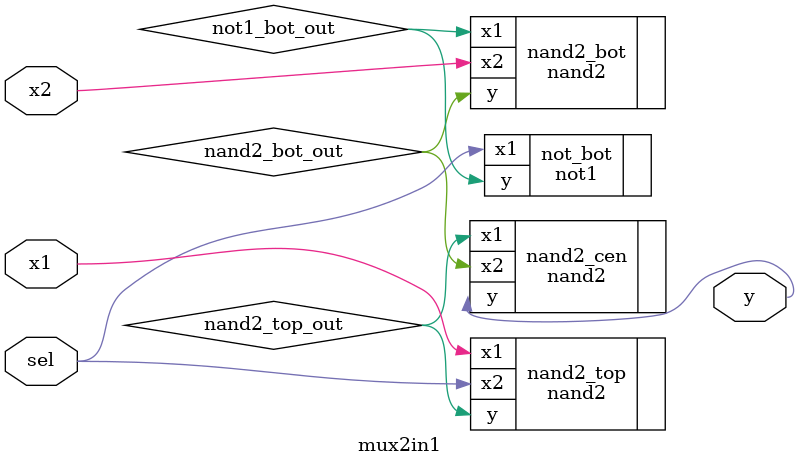
<source format=v>
`timescale 1ns / 1ps




module mux2in1(
    input x1,
    input x2,
    input sel,
    output y
    );
    
    wire not1_bot_out;
    wire nand2_top_out;
    wire nand2_bot_out;
    
    nand2 nand2_top (
        .x1(x1),
        .x2(sel),
        .y(nand2_top_out)
    );
    
    not1 not_bot(
        .x1(sel),
        .y(not1_bot_out)
    );
    
    nand2 nand2_bot (
        .x1(not1_bot_out),
        .x2(x2),
        .y(nand2_bot_out)
    );
    
    nand2 nand2_cen (
        .x1(nand2_top_out),
        .x2(nand2_bot_out),
        .y(y)
    );
    
    
endmodule

</source>
